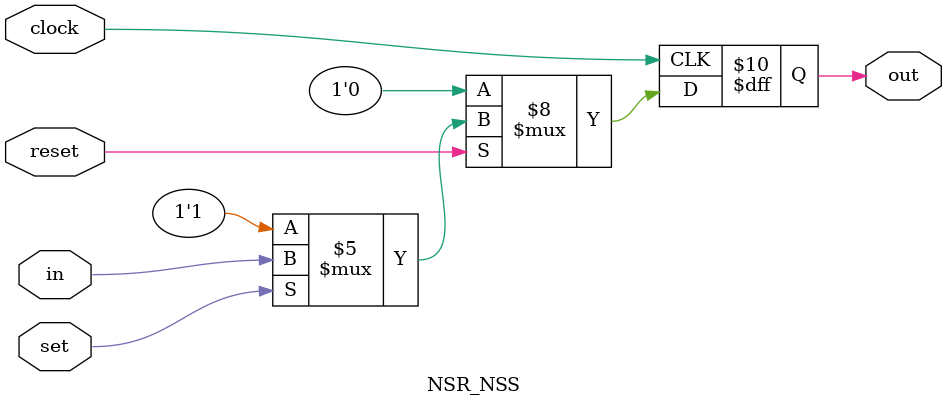
<source format=v>
module NSR_NSS (input wire clock, reset, set, in, output reg out);
  always@(posedge clock)begin
    if(!reset)
      out <= 1'b0;
    else if(!set)
      out <= 1'b1;
    else
      out <= in;
  end
endmodule



</source>
